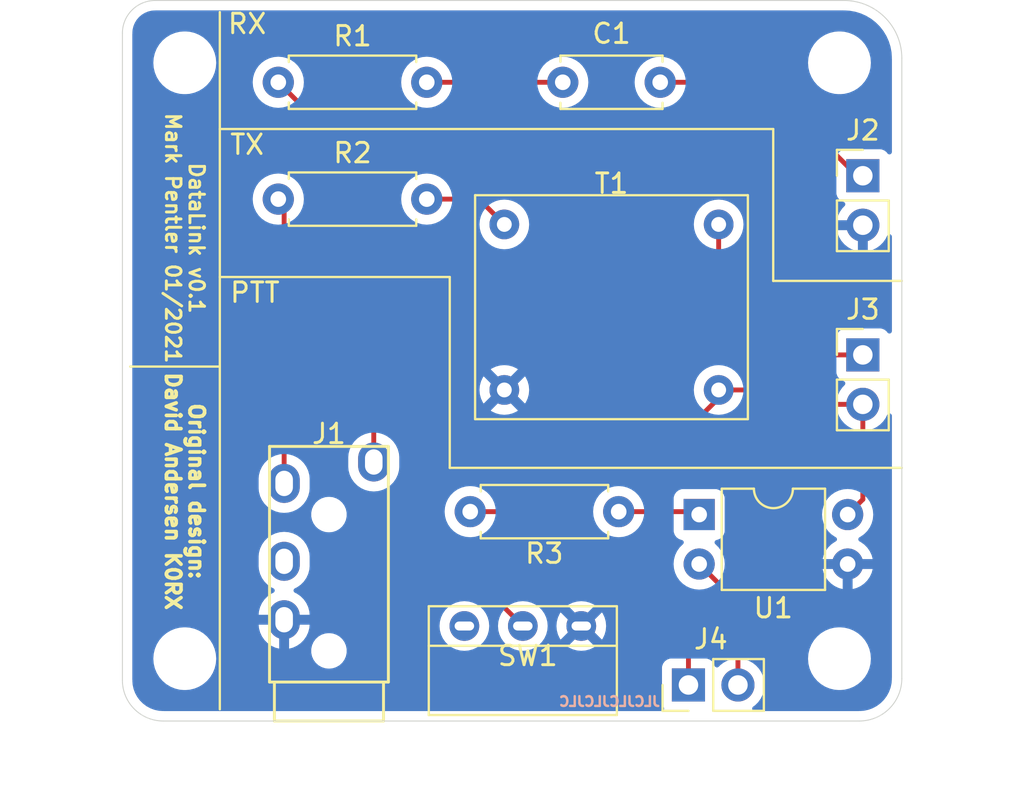
<source format=kicad_pcb>
(kicad_pcb (version 20211014) (generator pcbnew)
  (layers (0 "F.Cu" signal) (31 "B.Cu" signal) (34 "B.Paste" user) (35 "F.Paste" user) (36 "B.SilkS" user "B.Silkscreen") (37 "F.SilkS" user "F.Silkscreen") (38 "B.Mask" user) (39 "F.Mask" user) (44 "Edge.Cuts" user))
  (net 0 "")
  (net 1 "Net-(C1-Pad1)")
  (net 2 "Net-(C1-Pad2)")
  (net 3 "GND")
  (net 4 "Net-(J3-Pad1)")
  (net 5 "Net-(J3-Pad2)")
  (net 6 "Net-(J1-PadS)")
  (net 7 "Net-(J1-PadT)")
  (net 8 "Net-(R2-Pad2)")
  (net 9 "Net-(J4-Pad1)")
  (net 10 "Net-(R3-Pad2)")
  (net 11 "Net-(J4-Pad2)")
  (footprint "Resistor_THT:R_Axial_DIN0207_L6.3mm_D2.5mm_P7.62mm_Horizontal" (layer "F.Cu") (at 65.85 70.25)
    (fp_text reference "R3" (at 3.8 2.15) (layer "F.SilkS"))
    (fp_text value "330")
    (fp_line (start 0.54 -1.04) (end 0.54 -1.37) (layer "F.SilkS") (width 0.12))
    (fp_line (start 0.54 1.37) (end 7.08 1.37) (layer "F.SilkS") (width 0.12))
    (fp_line (start 7.08 -1.37) (end 7.08 -1.04) (layer "F.SilkS") (width 0.12))
    (fp_line (start 0.54 1.04) (end 0.54 1.37) (layer "F.SilkS") (width 0.12))
    (fp_line (start 7.08 1.37) (end 7.08 1.04) (layer "F.SilkS") (width 0.12))
    (fp_line (start 0.54 -1.37) (end 7.08 -1.37) (layer "F.SilkS") (width 0.12))
    (pad "1" thru_hole circle locked (at 0 0) (size 1.6 1.6) (drill 0.8) (layers *.Cu *.Mask) (net 9 "Net-(J4-Pad1)"))
    (pad "2" thru_hole oval locked (at 7.62 0) (size 1.6 1.6) (drill 0.8) (layers *.Cu *.Mask) (net 10 "Net-(R3-Pad2)"))
  )
  (footprint "Connector_PinHeader_2.54mm:PinHeader_1x02_P2.54mm_Vertical" (layer "F.Cu") (at 86 53)
    (fp_text reference "J2" (at 0 -2.33) (layer "F.SilkS"))
    (fp_text value "2.5mm")
    (fp_line (start -1.33 1.27) (end -1.33 3.87) (layer "F.SilkS") (width 0.12))
    (fp_line (start 1.33 1.27) (end 1.33 3.87) (layer "F.SilkS") (width 0.12))
    (fp_line (start -1.33 -1.33) (end 0 -1.33) (layer "F.SilkS") (width 0.12))
    (fp_line (start -1.33 3.87) (end 1.33 3.87) (layer "F.SilkS") (width 0.12))
    (fp_line (start -1.33 1.27) (end 1.33 1.27) (layer "F.SilkS") (width 0.12))
    (fp_line (start -1.33 0) (end -1.33 -1.33) (layer "F.SilkS") (width 0.12))
    (pad "1" thru_hole rect locked (at 0 0) (size 1.7 1.7) (drill 1) (layers *.Cu *.Mask) (net 2 "Net-(C1-Pad2)"))
    (pad "2" thru_hole oval locked (at 0 2.54) (size 1.7 1.7) (drill 1) (layers *.Cu *.Mask) (net 3 "GND"))
  )
  (footprint "Resistor_THT:R_Axial_DIN0207_L6.3mm_D2.5mm_P7.62mm_Horizontal" (layer "F.Cu") (at 56 48.2)
    (fp_text reference "R1" (at 3.81 -2.37) (layer "F.SilkS"))
    (fp_text value "100k")
    (fp_line (start 7.08 -1.37) (end 7.08 -1.04) (layer "F.SilkS") (width 0.12))
    (fp_line (start 0.54 1.37) (end 7.08 1.37) (layer "F.SilkS") (width 0.12))
    (fp_line (start 0.54 -1.37) (end 7.08 -1.37) (layer "F.SilkS") (width 0.12))
    (fp_line (start 0.54 1.04) (end 0.54 1.37) (layer "F.SilkS") (width 0.12))
    (fp_line (start 0.54 -1.04) (end 0.54 -1.37) (layer "F.SilkS") (width 0.12))
    (fp_line (start 7.08 1.37) (end 7.08 1.04) (layer "F.SilkS") (width 0.12))
    (pad "1" thru_hole circle locked (at 0 0) (size 1.6 1.6) (drill 0.8) (layers *.Cu *.Mask) (net 6 "Net-(J1-PadS)"))
    (pad "2" thru_hole oval locked (at 7.62 0) (size 1.6 1.6) (drill 0.8) (layers *.Cu *.Mask) (net 1 "Net-(C1-Pad1)"))
  )
  (footprint "Connector_PinHeader_2.54mm:PinHeader_1x02_P2.54mm_Vertical" (layer "F.Cu") (at 86 62.2)
    (fp_text reference "J3" (at 0 -2.33) (layer "F.SilkS"))
    (fp_text value "3.5mm")
    (fp_line (start -1.33 -1.33) (end 0 -1.33) (layer "F.SilkS") (width 0.12))
    (fp_line (start 1.33 1.27) (end 1.33 3.87) (layer "F.SilkS") (width 0.12))
    (fp_line (start -1.33 0) (end -1.33 -1.33) (layer "F.SilkS") (width 0.12))
    (fp_line (start -1.33 3.87) (end 1.33 3.87) (layer "F.SilkS") (width 0.12))
    (fp_line (start -1.33 1.27) (end 1.33 1.27) (layer "F.SilkS") (width 0.12))
    (fp_line (start -1.33 1.27) (end -1.33 3.87) (layer "F.SilkS") (width 0.12))
    (pad "1" thru_hole rect locked (at 0 0) (size 1.7 1.7) (drill 1) (layers *.Cu *.Mask) (net 4 "Net-(J3-Pad1)"))
    (pad "2" thru_hole oval locked (at 0 2.54) (size 1.7 1.7) (drill 1) (layers *.Cu *.Mask) (net 5 "Net-(J3-Pad2)"))
  )
  (footprint "Capacitor_THT:C_Disc_D5.0mm_W2.5mm_P5.00mm" (layer "F.Cu") (at 70.6 48.2)
    (fp_text reference "C1" (at 2.5 -2.5) (layer "F.SilkS"))
    (fp_text value "0.1uF")
    (fp_line (start 5.12 1.055) (end 5.12 1.37) (layer "F.SilkS") (width 0.12))
    (fp_line (start -0.12 -1.37) (end -0.12 -1.055) (layer "F.SilkS") (width 0.12))
    (fp_line (start -0.12 1.37) (end 5.12 1.37) (layer "F.SilkS") (width 0.12))
    (fp_line (start -0.12 1.055) (end -0.12 1.37) (layer "F.SilkS") (width 0.12))
    (fp_line (start -0.12 -1.37) (end 5.12 -1.37) (layer "F.SilkS") (width 0.12))
    (fp_line (start 5.12 -1.37) (end 5.12 -1.055) (layer "F.SilkS") (width 0.12))
    (pad "1" thru_hole circle locked (at 0 0) (size 1.6 1.6) (drill 0.8) (layers *.Cu *.Mask) (net 1 "Net-(C1-Pad1)"))
    (pad "2" thru_hole circle locked (at 5 0) (size 1.6 1.6) (drill 0.8) (layers *.Cu *.Mask) (net 2 "Net-(C1-Pad2)"))
  )
  (footprint "Resistor_THT:R_Axial_DIN0207_L6.3mm_D2.5mm_P7.62mm_Horizontal" (layer "F.Cu") (at 56 54.2)
    (fp_text reference "R2" (at 3.81 -2.37) (layer "F.SilkS"))
    (fp_text value "3.3k")
    (fp_line (start 7.08 1.37) (end 7.08 1.04) (layer "F.SilkS") (width 0.12))
    (fp_line (start 0.54 1.37) (end 7.08 1.37) (layer "F.SilkS") (width 0.12))
    (fp_line (start 0.54 -1.37) (end 7.08 -1.37) (layer "F.SilkS") (width 0.12))
    (fp_line (start 7.08 -1.37) (end 7.08 -1.04) (layer "F.SilkS") (width 0.12))
    (fp_line (start 0.54 -1.04) (end 0.54 -1.37) (layer "F.SilkS") (width 0.12))
    (fp_line (start 0.54 1.04) (end 0.54 1.37) (layer "F.SilkS") (width 0.12))
    (pad "1" thru_hole circle locked (at 0 0) (size 1.6 1.6) (drill 0.8) (layers *.Cu *.Mask) (net 7 "Net-(J1-PadT)"))
    (pad "2" thru_hole oval locked (at 7.62 0) (size 1.6 1.6) (drill 0.8) (layers *.Cu *.Mask) (net 8 "Net-(R2-Pad2)"))
  )
  (footprint "Package_DIP:DIP-4_W7.62mm" (layer "F.Cu") (at 77.6 70.4)
    (fp_text reference "U1" (at 3.8 4.8) (layer "F.SilkS"))
    (fp_text value "PC817")
    (fp_line (start 6.46 3.87) (end 6.46 -1.33) (layer "F.SilkS") (width 0.12))
    (fp_line (start 1.16 -1.33) (end 1.16 3.87) (layer "F.SilkS") (width 0.12))
    (fp_line (start 1.16 3.87) (end 6.46 3.87) (layer "F.SilkS") (width 0.12))
    (fp_line (start 6.46 -1.33) (end 4.81 -1.33) (layer "F.SilkS") (width 0.12))
    (fp_line (start 2.81 -1.33) (end 1.16 -1.33) (layer "F.SilkS") (width 0.12))
    (fp_arc (start 4.81 -1.33) (mid 3.81 -0.33) (end 2.81 -1.33) (layer "F.SilkS") (width 0.12))
    (pad "1" thru_hole rect locked (at 0 0) (size 1.6 1.6) (drill 0.8) (layers *.Cu *.Mask) (net 10 "Net-(R3-Pad2)"))
    (pad "2" thru_hole oval locked (at 0 2.54) (size 1.6 1.6) (drill 0.8) (layers *.Cu *.Mask) (net 11 "Net-(J4-Pad2)"))
    (pad "3" thru_hole oval locked (at 7.62 2.54) (size 1.6 1.6) (drill 0.8) (layers *.Cu *.Mask) (net 3 "GND"))
    (pad "4" thru_hole oval locked (at 7.62 0) (size 1.6 1.6) (drill 0.8) (layers *.Cu *.Mask) (net 5 "Net-(J3-Pad2)"))
  )
  (footprint "MountingHole:MountingHole_2.2mm_M2" (layer "F.Cu") (at 84.8 47.2)
    (fp_text reference "REF**" hide)
    (fp_text value "MountingHole_2.2mm_M2")
    (pad "" np_thru_hole circle locked (at 0 0) (size 2.2 2.2) (drill 2.2) (layers *.Cu *.Mask))
  )
  (footprint "MountingHole:MountingHole_2.2mm_M2" (layer "F.Cu") (at 84.8 77.8)
    (fp_text reference "REF**" hide)
    (fp_text value "MountingHole_2.2mm_M2")
    (pad "" np_thru_hole circle locked (at 0 0) (size 2.2 2.2) (drill 2.2) (layers *.Cu *.Mask))
  )
  (footprint "MountingHole:MountingHole_2.2mm_M2" (layer "F.Cu") (at 51.2 47.2)
    (fp_text reference "REF**" hide)
    (fp_text value "MountingHole_2.2mm_M2")
    (pad "" np_thru_hole circle locked (at 0 0) (size 2.2 2.2) (drill 2.2) (layers *.Cu *.Mask))
  )
  (footprint "MountingHole:MountingHole_2.2mm_M2" (layer "F.Cu") (at 51.2 77.8)
    (fp_text reference "REF**" hide)
    (fp_text value "MountingHole_2.2mm_M2")
    (pad "" np_thru_hole circle locked (at 0 0) (size 2.2 2.2) (drill 2.2) (layers *.Cu *.Mask))
  )
  (footprint "Keebio-Parts:TRRS-PJ-320A" (layer "F.Cu") (at 58.6 79 180)
    (fp_text reference "J1" (at 0 12.75 180) (layer "F.SilkS"))
    (fp_text value "TRRS")
    (fp_line (start -3.05 0) (end -3.05 12.1) (layer "F.SilkS") (width 0.15))
    (fp_line (start 2.8 -2) (end -2.8 -2) (layer "F.SilkS") (width 0.15))
    (fp_line (start 3.05 0) (end -3.05 0) (layer "F.SilkS") (width 0.15))
    (fp_line (start 3.05 12.1) (end -3.05 12.1) (layer "F.SilkS") (width 0.15))
    (fp_line (start -2.8 0) (end -2.8 -2) (layer "F.SilkS") (width 0.15))
    (fp_line (start 2.8 0) (end 2.8 -2) (layer "F.SilkS") (width 0.15))
    (fp_line (start 3.05 0) (end 3.05 12.1) (layer "F.SilkS") (width 0.15))
    (pad "" np_thru_hole circle locked (at 0 8.6 180) (size 0.8 0.8) (drill 0.8) (layers *.Cu *.Mask))
    (pad "" np_thru_hole circle locked (at 0 1.6 180) (size 0.8 0.8) (drill 0.8) (layers *.Cu *.Mask))
    (pad "R1" thru_hole oval locked (at 2.3 6.2 180) (size 1.6 2) (drill oval 0.9 1.3) (layers *.Cu *.Mask))
    (pad "R2" thru_hole oval locked (at 2.3 3.2 180) (size 1.6 2) (drill oval 0.9 1.3) (layers *.Cu *.Mask) (net 3 "GND"))
    (pad "S" thru_hole oval locked (at -2.3 11.3 180) (size 1.6 2) (drill oval 0.9 1.3) (layers *.Cu *.Mask) (net 6 "Net-(J1-PadS)"))
    (pad "T" thru_hole oval locked (at 2.3 10.2 180) (size 1.6 2) (drill oval 0.9 1.3) (layers *.Cu *.Mask) (net 7 "Net-(J1-PadT)"))
  )
  (footprint "Connector_PinHeader_2.54mm:PinHeader_1x02_P2.54mm_Vertical" (layer "F.Cu") (at 77.05 79.15 90)
    (fp_text reference "J4" (at 2.35 1.15 180) (layer "F.SilkS"))
    (fp_text value "RS232")
    (fp_line (start 1.33 1.27) (end 1.33 3.87) (layer "F.SilkS") (width 0.12))
    (fp_line (start -1.33 1.27) (end -1.33 3.87) (layer "F.SilkS") (width 0.12))
    (fp_line (start -1.33 -1.33) (end 0 -1.33) (layer "F.SilkS") (width 0.12))
    (fp_line (start -1.33 0) (end -1.33 -1.33) (layer "F.SilkS") (width 0.12))
    (fp_line (start -1.33 1.27) (end 1.33 1.27) (layer "F.SilkS") (width 0.12))
    (fp_line (start -1.33 3.87) (end 1.33 3.87) (layer "F.SilkS") (width 0.12))
    (pad "1" thru_hole rect locked (at 0 0 90) (size 1.7 1.7) (drill 1) (layers *.Cu *.Mask) (net 9 "Net-(J4-Pad1)"))
    (pad "2" thru_hole oval locked (at 0 2.54 90) (size 1.7 1.7) (drill 1) (layers *.Cu *.Mask) (net 11 "Net-(J4-Pad2)"))
  )
  (footprint "Custom_Footprints:1-1_Audio_Transformer_600_ohm" (layer "F.Cu") (at 73.1 67)
    (fp_text reference "T1" (at 0 -13.6) (layer "F.SilkS"))
    (fp_text value "600R")
    (fp_line (start -7 -13) (end -7 -1.5) (layer "F.SilkS") (width 0.12))
    (fp_line (start 7 -1.5) (end 7 -13) (layer "F.SilkS") (width 0.12))
    (fp_line (start 7 -13) (end -7 -13) (layer "F.SilkS") (width 0.12))
    (fp_line (start -7 -1.5) (end 7 -1.5) (layer "F.SilkS") (width 0.12))
    (pad "1" thru_hole circle locked (at -5.5 -11.5) (size 1.524 1.524) (drill 0.762) (layers *.Cu *.Mask) (net 8 "Net-(R2-Pad2)"))
    (pad "2" thru_hole circle locked (at -5.5 -3) (size 1.524 1.524) (drill 0.762) (layers *.Cu *.Mask) (net 3 "GND"))
    (pad "3" thru_hole circle locked (at 5.5 -3) (size 1.524 1.524) (drill 0.762) (layers *.Cu *.Mask) (net 5 "Net-(J3-Pad2)"))
    (pad "4" thru_hole circle locked (at 5.5 -11.5) (size 1.524 1.524) (drill 0.762) (layers *.Cu *.Mask) (net 4 "Net-(J3-Pad1)"))
  )
  (footprint "Custom_Footprints:SPDT_Right_Angled_Switch" (layer "F.Cu") (at 68.55 77.9 180)
    (fp_text reference "SW1" (at -0.254 0.246) (layer "F.SilkS"))
    (fp_text value "PTT_LOCK")
    (fp_line (start 4.826 2.794) (end 4.826 -2.794) (layer "F.SilkS") (width 0.12))
    (fp_line (start -4.826 2.794) (end 4.826 2.794) (layer "F.SilkS") (width 0.12))
    (fp_line (start -4.826 -2.794) (end -4.826 2.794) (layer "F.SilkS") (width 0.12))
    (fp_line (start 4.826 -2.794) (end -4.826 -2.794) (layer "F.SilkS") (width 0.12))
    (fp_line (start -4.826 0.762) (end 4.826 0.762) (layer "F.SilkS") (width 0.12))
    (pad "1" thru_hole circle locked (at -3 1.778 180) (size 1.524 1.524) (drill oval 1 0.462) (layers *.Cu *.Mask) (net 3 "GND"))
    (pad "2" thru_hole circle locked (at 0 1.778 180) (size 1.524 1.524) (drill oval 1 0.462) (layers *.Cu *.Mask) (net 5 "Net-(J3-Pad2)"))
    (pad "3" thru_hole circle locked (at 3 1.778 180) (size 1.524 1.524) (drill oval 1 0.462) (layers *.Cu *.Mask))
  )
  (gr_line (start 53 80.4) (end 53 44.6) (layer "F.SilkS") (width 0.12))
  (gr_line (start 81.4 50.6) (end 81.4 58.4) (layer "F.SilkS") (width 0.12))
  (gr_line (start 64.8 68) (end 88 68) (layer "F.SilkS") (width 0.12))
  (gr_line (start 53 62.8) (end 48.4 62.8) (layer "F.SilkS") (width 0.12))
  (gr_line (start 53 50.6) (end 81.4 50.6) (layer "F.SilkS") (width 0.12))
  (gr_line (start 53 58.2) (end 64.8 58.2) (layer "F.SilkS") (width 0.12))
  (gr_line (start 64.8 58.2) (end 64.8 68) (layer "F.SilkS") (width 0.12))
  (gr_line (start 81.4 58.4) (end 88 58.4) (layer "F.SilkS") (width 0.12))
  (gr_arc (start 50.092 81) (mid 48.612733 80.387267) (end 48 78.908) (layer "Edge.Cuts") (width 0.05))
  (gr_arc (start 85.036 44) (mid 87.131864 44.868136) (end 88 46.964) (layer "Edge.Cuts") (width 0.05))
  (gr_arc (start 48 45.681) (mid 48.492354 44.492354) (end 49.681 44) (layer "Edge.Cuts") (width 0.05))
  (gr_line (start 48 45.681) (end 48 78.908) (layer "Edge.Cuts") (width 0.05))
  (gr_line (start 85.819 81) (end 50.092 81) (layer "Edge.Cuts") (width 0.05))
  (gr_arc (start 88 78.819) (mid 87.3612 80.3612) (end 85.819 81) (layer "Edge.Cuts") (width 0.05))
  (gr_line (start 88 46.964) (end 88 78.819) (layer "Edge.Cuts") (width 0.05))
  (gr_line (start 49.681 44) (end 85.036 44) (layer "Edge.Cuts") (width 0.05))
  (gr_text "JLCJLCJLCJLC" (at 73 80) (layer "B.SilkS") (effects (font (size 0.5 0.5) (thickness 0.125)) (justify mirror)))
  (gr_text "PTT" (at 54.8 59) (layer "F.SilkS") (effects (font (size 1 1))))
  (gr_text "DataLink v0.1\nMark Pentler 01/2021" (at 51.2 56.2 270) (layer "F.SilkS") (effects (font (size 0.75 0.75))))
  (gr_text "TX" (at 54.4 51.4) (layer "F.SilkS") (effects (font (size 1 1))))
  (gr_text "Original design:\nDavid Andersen K0RX" (at 51.2 69.2 270) (layer "F.SilkS") (effects (font (size 0.75 0.75) (thickness 0.1875))))
  (gr_text "RX" (at 54.4 45.2) (layer "F.SilkS") (effects (font (size 1 1))))
  (segment (start 70.6 48.2) (end 63.62 48.2) (width 0.25) (layer "F.Cu") (net 1))
  (segment (start 75.6 48.2) (end 80.9 48.2) (width 0.25) (layer "F.Cu") (net 2))
  (segment (start 80.9 48.2) (end 85.7 53) (width 0.25) (layer "F.Cu") (net 2))
  (segment (start 85.7 53) (end 86 53) (width 0.25) (layer "F.Cu") (net 2))
  (segment (start 83.5 62.2) (end 78.6 57.3) (width 0.25) (layer "F.Cu") (net 4))
  (segment (start 78.6 57.3) (end 78.6 55.5) (width 0.25) (layer "F.Cu") (net 4))
  (segment (start 86 62.2) (end 83.5 62.2) (width 0.25) (layer "F.Cu") (net 4))
  (segment (start 86 64.74) (end 86 69.62) (width 0.25) (layer "F.Cu") (net 5))
  (segment (start 78.6 64) (end 78.6 64.42237) (width 0.25) (layer "F.Cu") (net 5))
  (segment (start 78.6 64.42237) (end 75.52237 67.5) (width 0.25) (layer "F.Cu") (net 5))
  (segment (start 83.69 64.74) (end 82.95 64) (width 0.25) (layer "F.Cu") (net 5))
  (segment (start 63.6 71.172) (end 68.55 76.122) (width 0.25) (layer "F.Cu") (net 5))
  (segment (start 86 69.62) (end 85.22 70.4) (width 0.25) (layer "F.Cu") (net 5))
  (segment (start 63.6 69.2) (end 63.6 71.172) (width 0.25) (layer "F.Cu") (net 5))
  (segment (start 65.3 67.5) (end 63.6 69.2) (width 0.25) (layer "F.Cu") (net 5))
  (segment (start 82.95 64) (end 78.6 64) (width 0.25) (layer "F.Cu") (net 5))
  (segment (start 86 64.74) (end 83.69 64.74) (width 0.25) (layer "F.Cu") (net 5))
  (segment (start 75.52237 67.5) (end 65.3 67.5) (width 0.25) (layer "F.Cu") (net 5))
  (segment (start 60.9 53.1) (end 56 48.2) (width 0.25) (layer "F.Cu") (net 6))
  (segment (start 60.9 67.7) (end 60.9 53.1) (width 0.25) (layer "F.Cu") (net 6))
  (segment (start 56.3 68.8) (end 56.3 54.5) (width 0.25) (layer "F.Cu") (net 7))
  (segment (start 56.3 54.5) (end 56 54.2) (width 0.25) (layer "F.Cu") (net 7))
  (segment (start 63.62 54.2) (end 66.3 54.2) (width 0.25) (layer "F.Cu") (net 8))
  (segment (start 66.3 54.2) (end 67.6 55.5) (width 0.25) (layer "F.Cu") (net 8))
  (segment (start 71.1 70.25) (end 77.05 76.2) (width 0.25) (layer "F.Cu") (net 9))
  (segment (start 65.85 70.25) (end 71.1 70.25) (width 0.25) (layer "F.Cu") (net 9))
  (segment (start 77.05 76.2) (end 77.05 79.15) (width 0.25) (layer "F.Cu") (net 9))
  (segment (start 73.47 70.25) (end 77.45 70.25) (width 0.25) (layer "F.Cu") (net 10))
  (segment (start 77.45 70.25) (end 77.6 70.4) (width 0.25) (layer "F.Cu") (net 10))
  (segment (start 77.6 72.94) (end 79.59 74.93) (width 0.25) (layer "F.Cu") (net 11))
  (segment (start 79.59 74.93) (end 79.59 79.15) (width 0.25) (layer "F.Cu") (net 11))
  (zone (net 3) (net_name "GND") (layer "B.Cu") (connect_pads (clearance 0.508)) (min_thickness 0.254) (fill yes (thermal_gap 0.508) (thermal_bridge_width 0.508))
    (polygon (pts (xy 87.8 80.8) (xy 48.4 80.8) (xy 48.4 44.2) (xy 87.8 44.2)))
  )
)
</source>
